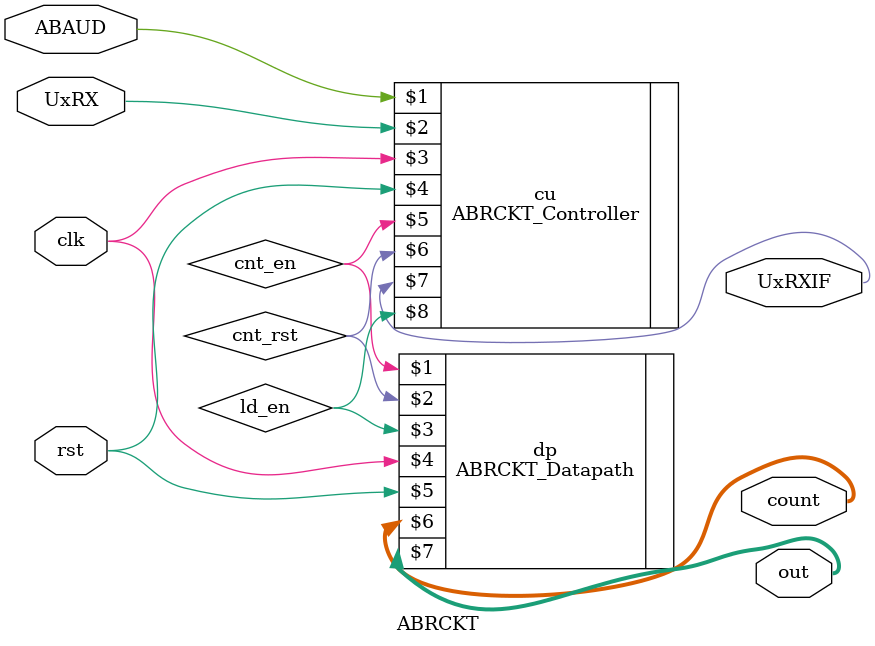
<source format=v>
module ABRCKT (input ABAUD, UxRX, clk, rst, output UxRXIF, output [7:0] out, count);
    wire cnt_en, cnt_rst, ld_en;
    ABRCKT_Controller cu(ABAUD, UxRX, clk, rst, cnt_en, cnt_rst, UxRXIF, ld_en);
    ABRCKT_Datapath dp(cnt_en, cnt_rst, ld_en, clk, rst, count, out);
endmodule
</source>
